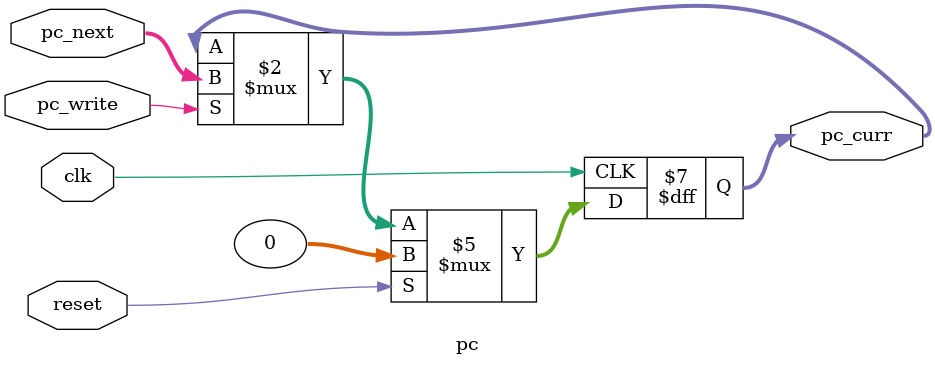
<source format=v>
module pc (input clk, input reset, input pc_write, output reg [31:0]pc_curr,input [31:0]pc_next);
    always  @(posedge clk) begin
        if(reset)
            pc_curr <= 32'b0;
        else if(pc_write)
            pc_curr <= pc_next;
    end
endmodule

</source>
